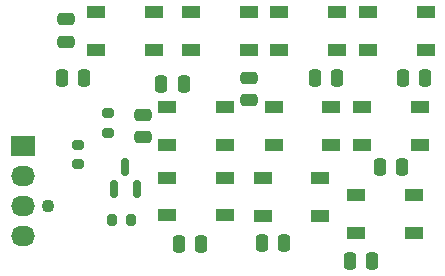
<source format=gbr>
%TF.GenerationSoftware,KiCad,Pcbnew,6.0.7-f9a2dced07~116~ubuntu20.04.1*%
%TF.CreationDate,2022-09-29T18:09:13+00:00*%
%TF.ProjectId,RGB,5247422e-6b69-4636-9164-5f7063625858,rev?*%
%TF.SameCoordinates,Original*%
%TF.FileFunction,Soldermask,Top*%
%TF.FilePolarity,Negative*%
%FSLAX46Y46*%
G04 Gerber Fmt 4.6, Leading zero omitted, Abs format (unit mm)*
G04 Created by KiCad (PCBNEW 6.0.7-f9a2dced07~116~ubuntu20.04.1) date 2022-09-29 18:09:13*
%MOMM*%
%LPD*%
G01*
G04 APERTURE LIST*
G04 Aperture macros list*
%AMRoundRect*
0 Rectangle with rounded corners*
0 $1 Rounding radius*
0 $2 $3 $4 $5 $6 $7 $8 $9 X,Y pos of 4 corners*
0 Add a 4 corners polygon primitive as box body*
4,1,4,$2,$3,$4,$5,$6,$7,$8,$9,$2,$3,0*
0 Add four circle primitives for the rounded corners*
1,1,$1+$1,$2,$3*
1,1,$1+$1,$4,$5*
1,1,$1+$1,$6,$7*
1,1,$1+$1,$8,$9*
0 Add four rect primitives between the rounded corners*
20,1,$1+$1,$2,$3,$4,$5,0*
20,1,$1+$1,$4,$5,$6,$7,0*
20,1,$1+$1,$6,$7,$8,$9,0*
20,1,$1+$1,$8,$9,$2,$3,0*%
G04 Aperture macros list end*
%ADD10RoundRect,0.200000X-0.275000X0.200000X-0.275000X-0.200000X0.275000X-0.200000X0.275000X0.200000X0*%
%ADD11RoundRect,0.200000X-0.200000X-0.275000X0.200000X-0.275000X0.200000X0.275000X-0.200000X0.275000X0*%
%ADD12RoundRect,0.200000X0.275000X-0.200000X0.275000X0.200000X-0.275000X0.200000X-0.275000X-0.200000X0*%
%ADD13RoundRect,0.150000X0.150000X-0.587500X0.150000X0.587500X-0.150000X0.587500X-0.150000X-0.587500X0*%
%ADD14C,1.100000*%
%ADD15R,2.030000X1.730000*%
%ADD16O,2.030000X1.730000*%
%ADD17R,1.500000X1.000000*%
%ADD18RoundRect,0.250000X-0.250000X-0.475000X0.250000X-0.475000X0.250000X0.475000X-0.250000X0.475000X0*%
%ADD19RoundRect,0.250000X0.250000X0.475000X-0.250000X0.475000X-0.250000X-0.475000X0.250000X-0.475000X0*%
%ADD20RoundRect,0.250000X-0.475000X0.250000X-0.475000X-0.250000X0.475000X-0.250000X0.475000X0.250000X0*%
%ADD21RoundRect,0.250000X0.475000X-0.250000X0.475000X0.250000X-0.475000X0.250000X-0.475000X-0.250000X0*%
G04 APERTURE END LIST*
D10*
%TO.C,R3*%
X114000000Y-89000000D03*
X114000000Y-90650000D03*
%TD*%
D11*
%TO.C,R2*%
X116000000Y-98000000D03*
X114350000Y-98000000D03*
%TD*%
D12*
%TO.C,R1*%
X111500000Y-93325000D03*
X111500000Y-91675000D03*
%TD*%
D13*
%TO.C,Q1*%
X114550000Y-95437500D03*
X116450000Y-95437500D03*
X115500000Y-93562500D03*
%TD*%
D14*
%TO.C,J1*%
X108960000Y-96830000D03*
D15*
X106800000Y-91750000D03*
D16*
X106800000Y-94290000D03*
X106800000Y-96830000D03*
X106800000Y-99370000D03*
%TD*%
D17*
%TO.C,D10*%
X140950000Y-83650000D03*
X140950000Y-80450000D03*
X136050000Y-80450000D03*
X136050000Y-83650000D03*
%TD*%
%TO.C,D9*%
X139950000Y-95950000D03*
X139950000Y-99150000D03*
X135050000Y-99150000D03*
X135050000Y-95950000D03*
%TD*%
%TO.C,D8*%
X133450000Y-83650000D03*
X133450000Y-80450000D03*
X128550000Y-80450000D03*
X128550000Y-83650000D03*
%TD*%
%TO.C,D7*%
X127115000Y-94505000D03*
X127115000Y-97705000D03*
X132015000Y-97705000D03*
X132015000Y-94505000D03*
%TD*%
%TO.C,D6*%
X125950000Y-83650000D03*
X125950000Y-80450000D03*
X121050000Y-80450000D03*
X121050000Y-83650000D03*
%TD*%
%TO.C,D5*%
X123950000Y-97650000D03*
X123950000Y-94450000D03*
X119050000Y-94450000D03*
X119050000Y-97650000D03*
%TD*%
%TO.C,D4*%
X117950000Y-83650000D03*
X117950000Y-80450000D03*
X113050000Y-80450000D03*
X113050000Y-83650000D03*
%TD*%
%TO.C,D3*%
X119050000Y-88450000D03*
X119050000Y-91650000D03*
X123950000Y-91650000D03*
X123950000Y-88450000D03*
%TD*%
%TO.C,D2*%
X128050000Y-88450000D03*
X128050000Y-91650000D03*
X132950000Y-91650000D03*
X132950000Y-88450000D03*
%TD*%
%TO.C,D1*%
X140450000Y-91650000D03*
X140450000Y-88450000D03*
X135550000Y-88450000D03*
X135550000Y-91650000D03*
%TD*%
D18*
%TO.C,C11*%
X136400000Y-101500000D03*
X134500000Y-101500000D03*
%TD*%
%TO.C,C10*%
X127050000Y-100000000D03*
X128950000Y-100000000D03*
%TD*%
D19*
%TO.C,C9*%
X121900000Y-100050000D03*
X120000000Y-100050000D03*
%TD*%
D20*
%TO.C,C8*%
X117000000Y-89150000D03*
X117000000Y-91050000D03*
%TD*%
%TO.C,C7*%
X126000000Y-86000000D03*
X126000000Y-87900000D03*
%TD*%
D19*
%TO.C,C6*%
X138950000Y-93550000D03*
X137050000Y-93550000D03*
%TD*%
%TO.C,C5*%
X139000000Y-86050000D03*
X140900000Y-86050000D03*
%TD*%
%TO.C,C4*%
X133450000Y-86050000D03*
X131550000Y-86050000D03*
%TD*%
D18*
%TO.C,C3*%
X118550000Y-86500000D03*
X120450000Y-86500000D03*
%TD*%
%TO.C,C2*%
X110100000Y-86050000D03*
X112000000Y-86050000D03*
%TD*%
D21*
%TO.C,C1*%
X110500000Y-82950000D03*
X110500000Y-81050000D03*
%TD*%
M02*

</source>
